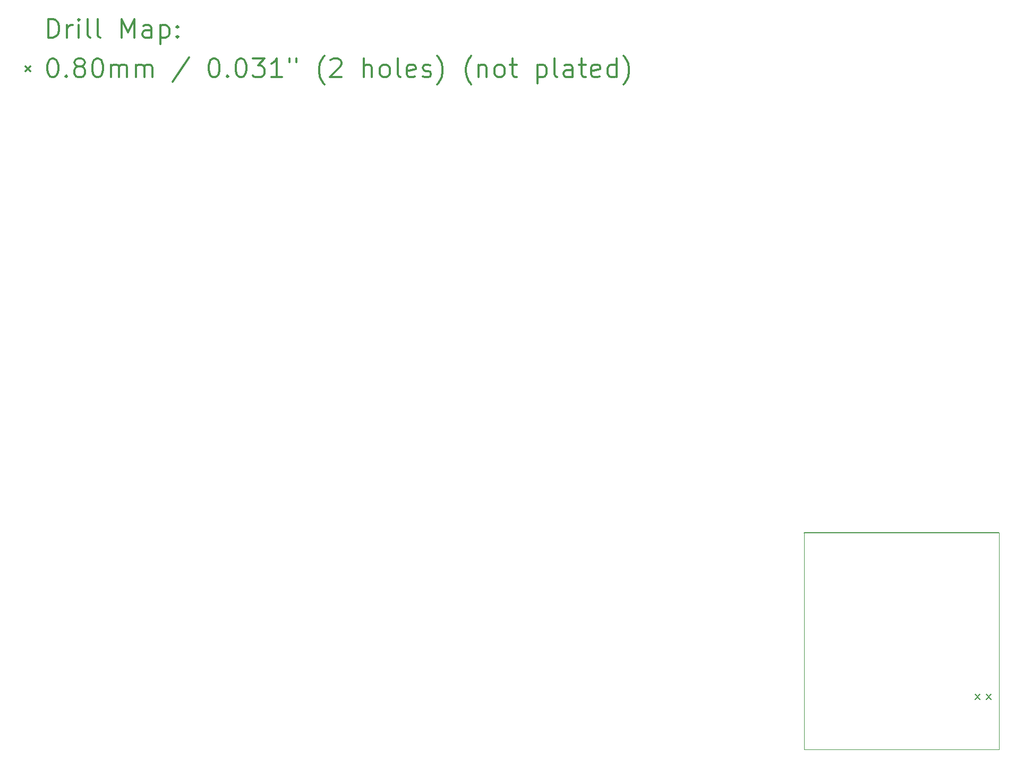
<source format=gbr>
%FSLAX45Y45*%
G04 Gerber Fmt 4.5, Leading zero omitted, Abs format (unit mm)*
G04 Created by KiCad (PCBNEW (5.1.9)-1) date 2021-07-08 21:35:27*
%MOMM*%
%LPD*%
G01*
G04 APERTURE LIST*
%TA.AperFunction,Profile*%
%ADD10C,0.150000*%
%TD*%
%TA.AperFunction,Profile*%
%ADD11C,0.100000*%
%TD*%
%ADD12C,0.200000*%
%ADD13C,0.300000*%
G04 APERTURE END LIST*
D10*
X12331700Y-8356600D02*
X15443200Y-8356600D01*
D11*
X15443200Y-8356600D02*
X15443200Y-11811000D01*
X12331700Y-11811000D02*
X12331700Y-8356600D01*
X15443200Y-11811000D02*
X12331700Y-11811000D01*
D12*
X15059200Y-10932800D02*
X15139200Y-11012800D01*
X15139200Y-10932800D02*
X15059200Y-11012800D01*
X15239200Y-10932800D02*
X15319200Y-11012800D01*
X15319200Y-10932800D02*
X15239200Y-11012800D01*
D13*
X286429Y-465714D02*
X286429Y-165714D01*
X357857Y-165714D01*
X400714Y-180000D01*
X429286Y-208571D01*
X443571Y-237143D01*
X457857Y-294286D01*
X457857Y-337143D01*
X443571Y-394286D01*
X429286Y-422857D01*
X400714Y-451428D01*
X357857Y-465714D01*
X286429Y-465714D01*
X586429Y-465714D02*
X586429Y-265714D01*
X586429Y-322857D02*
X600714Y-294286D01*
X615000Y-280000D01*
X643571Y-265714D01*
X672143Y-265714D01*
X772143Y-465714D02*
X772143Y-265714D01*
X772143Y-165714D02*
X757857Y-180000D01*
X772143Y-194286D01*
X786428Y-180000D01*
X772143Y-165714D01*
X772143Y-194286D01*
X957857Y-465714D02*
X929286Y-451428D01*
X915000Y-422857D01*
X915000Y-165714D01*
X1115000Y-465714D02*
X1086429Y-451428D01*
X1072143Y-422857D01*
X1072143Y-165714D01*
X1457857Y-465714D02*
X1457857Y-165714D01*
X1557857Y-380000D01*
X1657857Y-165714D01*
X1657857Y-465714D01*
X1929286Y-465714D02*
X1929286Y-308571D01*
X1915000Y-280000D01*
X1886428Y-265714D01*
X1829286Y-265714D01*
X1800714Y-280000D01*
X1929286Y-451428D02*
X1900714Y-465714D01*
X1829286Y-465714D01*
X1800714Y-451428D01*
X1786428Y-422857D01*
X1786428Y-394286D01*
X1800714Y-365714D01*
X1829286Y-351428D01*
X1900714Y-351428D01*
X1929286Y-337143D01*
X2072143Y-265714D02*
X2072143Y-565714D01*
X2072143Y-280000D02*
X2100714Y-265714D01*
X2157857Y-265714D01*
X2186429Y-280000D01*
X2200714Y-294286D01*
X2215000Y-322857D01*
X2215000Y-408571D01*
X2200714Y-437143D01*
X2186429Y-451428D01*
X2157857Y-465714D01*
X2100714Y-465714D01*
X2072143Y-451428D01*
X2343571Y-437143D02*
X2357857Y-451428D01*
X2343571Y-465714D01*
X2329286Y-451428D01*
X2343571Y-437143D01*
X2343571Y-465714D01*
X2343571Y-280000D02*
X2357857Y-294286D01*
X2343571Y-308571D01*
X2329286Y-294286D01*
X2343571Y-280000D01*
X2343571Y-308571D01*
X-80000Y-920000D02*
X0Y-1000000D01*
X0Y-920000D02*
X-80000Y-1000000D01*
X343571Y-795714D02*
X372143Y-795714D01*
X400714Y-810000D01*
X415000Y-824286D01*
X429286Y-852857D01*
X443571Y-910000D01*
X443571Y-981428D01*
X429286Y-1038571D01*
X415000Y-1067143D01*
X400714Y-1081429D01*
X372143Y-1095714D01*
X343571Y-1095714D01*
X315000Y-1081429D01*
X300714Y-1067143D01*
X286429Y-1038571D01*
X272143Y-981428D01*
X272143Y-910000D01*
X286429Y-852857D01*
X300714Y-824286D01*
X315000Y-810000D01*
X343571Y-795714D01*
X572143Y-1067143D02*
X586429Y-1081429D01*
X572143Y-1095714D01*
X557857Y-1081429D01*
X572143Y-1067143D01*
X572143Y-1095714D01*
X757857Y-924286D02*
X729286Y-910000D01*
X715000Y-895714D01*
X700714Y-867143D01*
X700714Y-852857D01*
X715000Y-824286D01*
X729286Y-810000D01*
X757857Y-795714D01*
X815000Y-795714D01*
X843571Y-810000D01*
X857857Y-824286D01*
X872143Y-852857D01*
X872143Y-867143D01*
X857857Y-895714D01*
X843571Y-910000D01*
X815000Y-924286D01*
X757857Y-924286D01*
X729286Y-938571D01*
X715000Y-952857D01*
X700714Y-981428D01*
X700714Y-1038571D01*
X715000Y-1067143D01*
X729286Y-1081429D01*
X757857Y-1095714D01*
X815000Y-1095714D01*
X843571Y-1081429D01*
X857857Y-1067143D01*
X872143Y-1038571D01*
X872143Y-981428D01*
X857857Y-952857D01*
X843571Y-938571D01*
X815000Y-924286D01*
X1057857Y-795714D02*
X1086429Y-795714D01*
X1115000Y-810000D01*
X1129286Y-824286D01*
X1143571Y-852857D01*
X1157857Y-910000D01*
X1157857Y-981428D01*
X1143571Y-1038571D01*
X1129286Y-1067143D01*
X1115000Y-1081429D01*
X1086429Y-1095714D01*
X1057857Y-1095714D01*
X1029286Y-1081429D01*
X1015000Y-1067143D01*
X1000714Y-1038571D01*
X986428Y-981428D01*
X986428Y-910000D01*
X1000714Y-852857D01*
X1015000Y-824286D01*
X1029286Y-810000D01*
X1057857Y-795714D01*
X1286429Y-1095714D02*
X1286429Y-895714D01*
X1286429Y-924286D02*
X1300714Y-910000D01*
X1329286Y-895714D01*
X1372143Y-895714D01*
X1400714Y-910000D01*
X1415000Y-938571D01*
X1415000Y-1095714D01*
X1415000Y-938571D02*
X1429286Y-910000D01*
X1457857Y-895714D01*
X1500714Y-895714D01*
X1529286Y-910000D01*
X1543571Y-938571D01*
X1543571Y-1095714D01*
X1686428Y-1095714D02*
X1686428Y-895714D01*
X1686428Y-924286D02*
X1700714Y-910000D01*
X1729286Y-895714D01*
X1772143Y-895714D01*
X1800714Y-910000D01*
X1815000Y-938571D01*
X1815000Y-1095714D01*
X1815000Y-938571D02*
X1829286Y-910000D01*
X1857857Y-895714D01*
X1900714Y-895714D01*
X1929286Y-910000D01*
X1943571Y-938571D01*
X1943571Y-1095714D01*
X2529286Y-781428D02*
X2272143Y-1167143D01*
X2915000Y-795714D02*
X2943571Y-795714D01*
X2972143Y-810000D01*
X2986428Y-824286D01*
X3000714Y-852857D01*
X3015000Y-910000D01*
X3015000Y-981428D01*
X3000714Y-1038571D01*
X2986428Y-1067143D01*
X2972143Y-1081429D01*
X2943571Y-1095714D01*
X2915000Y-1095714D01*
X2886428Y-1081429D01*
X2872143Y-1067143D01*
X2857857Y-1038571D01*
X2843571Y-981428D01*
X2843571Y-910000D01*
X2857857Y-852857D01*
X2872143Y-824286D01*
X2886428Y-810000D01*
X2915000Y-795714D01*
X3143571Y-1067143D02*
X3157857Y-1081429D01*
X3143571Y-1095714D01*
X3129286Y-1081429D01*
X3143571Y-1067143D01*
X3143571Y-1095714D01*
X3343571Y-795714D02*
X3372143Y-795714D01*
X3400714Y-810000D01*
X3415000Y-824286D01*
X3429286Y-852857D01*
X3443571Y-910000D01*
X3443571Y-981428D01*
X3429286Y-1038571D01*
X3415000Y-1067143D01*
X3400714Y-1081429D01*
X3372143Y-1095714D01*
X3343571Y-1095714D01*
X3315000Y-1081429D01*
X3300714Y-1067143D01*
X3286428Y-1038571D01*
X3272143Y-981428D01*
X3272143Y-910000D01*
X3286428Y-852857D01*
X3300714Y-824286D01*
X3315000Y-810000D01*
X3343571Y-795714D01*
X3543571Y-795714D02*
X3729286Y-795714D01*
X3629286Y-910000D01*
X3672143Y-910000D01*
X3700714Y-924286D01*
X3715000Y-938571D01*
X3729286Y-967143D01*
X3729286Y-1038571D01*
X3715000Y-1067143D01*
X3700714Y-1081429D01*
X3672143Y-1095714D01*
X3586428Y-1095714D01*
X3557857Y-1081429D01*
X3543571Y-1067143D01*
X4015000Y-1095714D02*
X3843571Y-1095714D01*
X3929286Y-1095714D02*
X3929286Y-795714D01*
X3900714Y-838571D01*
X3872143Y-867143D01*
X3843571Y-881428D01*
X4129286Y-795714D02*
X4129286Y-852857D01*
X4243571Y-795714D02*
X4243571Y-852857D01*
X4686429Y-1210000D02*
X4672143Y-1195714D01*
X4643571Y-1152857D01*
X4629286Y-1124286D01*
X4615000Y-1081429D01*
X4600714Y-1010000D01*
X4600714Y-952857D01*
X4615000Y-881428D01*
X4629286Y-838571D01*
X4643571Y-810000D01*
X4672143Y-767143D01*
X4686429Y-752857D01*
X4786429Y-824286D02*
X4800714Y-810000D01*
X4829286Y-795714D01*
X4900714Y-795714D01*
X4929286Y-810000D01*
X4943571Y-824286D01*
X4957857Y-852857D01*
X4957857Y-881428D01*
X4943571Y-924286D01*
X4772143Y-1095714D01*
X4957857Y-1095714D01*
X5315000Y-1095714D02*
X5315000Y-795714D01*
X5443571Y-1095714D02*
X5443571Y-938571D01*
X5429286Y-910000D01*
X5400714Y-895714D01*
X5357857Y-895714D01*
X5329286Y-910000D01*
X5315000Y-924286D01*
X5629286Y-1095714D02*
X5600714Y-1081429D01*
X5586429Y-1067143D01*
X5572143Y-1038571D01*
X5572143Y-952857D01*
X5586429Y-924286D01*
X5600714Y-910000D01*
X5629286Y-895714D01*
X5672143Y-895714D01*
X5700714Y-910000D01*
X5715000Y-924286D01*
X5729286Y-952857D01*
X5729286Y-1038571D01*
X5715000Y-1067143D01*
X5700714Y-1081429D01*
X5672143Y-1095714D01*
X5629286Y-1095714D01*
X5900714Y-1095714D02*
X5872143Y-1081429D01*
X5857857Y-1052857D01*
X5857857Y-795714D01*
X6129286Y-1081429D02*
X6100714Y-1095714D01*
X6043571Y-1095714D01*
X6015000Y-1081429D01*
X6000714Y-1052857D01*
X6000714Y-938571D01*
X6015000Y-910000D01*
X6043571Y-895714D01*
X6100714Y-895714D01*
X6129286Y-910000D01*
X6143571Y-938571D01*
X6143571Y-967143D01*
X6000714Y-995714D01*
X6257857Y-1081429D02*
X6286428Y-1095714D01*
X6343571Y-1095714D01*
X6372143Y-1081429D01*
X6386428Y-1052857D01*
X6386428Y-1038571D01*
X6372143Y-1010000D01*
X6343571Y-995714D01*
X6300714Y-995714D01*
X6272143Y-981428D01*
X6257857Y-952857D01*
X6257857Y-938571D01*
X6272143Y-910000D01*
X6300714Y-895714D01*
X6343571Y-895714D01*
X6372143Y-910000D01*
X6486428Y-1210000D02*
X6500714Y-1195714D01*
X6529286Y-1152857D01*
X6543571Y-1124286D01*
X6557857Y-1081429D01*
X6572143Y-1010000D01*
X6572143Y-952857D01*
X6557857Y-881428D01*
X6543571Y-838571D01*
X6529286Y-810000D01*
X6500714Y-767143D01*
X6486428Y-752857D01*
X7029286Y-1210000D02*
X7015000Y-1195714D01*
X6986428Y-1152857D01*
X6972143Y-1124286D01*
X6957857Y-1081429D01*
X6943571Y-1010000D01*
X6943571Y-952857D01*
X6957857Y-881428D01*
X6972143Y-838571D01*
X6986428Y-810000D01*
X7015000Y-767143D01*
X7029286Y-752857D01*
X7143571Y-895714D02*
X7143571Y-1095714D01*
X7143571Y-924286D02*
X7157857Y-910000D01*
X7186428Y-895714D01*
X7229286Y-895714D01*
X7257857Y-910000D01*
X7272143Y-938571D01*
X7272143Y-1095714D01*
X7457857Y-1095714D02*
X7429286Y-1081429D01*
X7415000Y-1067143D01*
X7400714Y-1038571D01*
X7400714Y-952857D01*
X7415000Y-924286D01*
X7429286Y-910000D01*
X7457857Y-895714D01*
X7500714Y-895714D01*
X7529286Y-910000D01*
X7543571Y-924286D01*
X7557857Y-952857D01*
X7557857Y-1038571D01*
X7543571Y-1067143D01*
X7529286Y-1081429D01*
X7500714Y-1095714D01*
X7457857Y-1095714D01*
X7643571Y-895714D02*
X7757857Y-895714D01*
X7686428Y-795714D02*
X7686428Y-1052857D01*
X7700714Y-1081429D01*
X7729286Y-1095714D01*
X7757857Y-1095714D01*
X8086428Y-895714D02*
X8086428Y-1195714D01*
X8086428Y-910000D02*
X8115000Y-895714D01*
X8172143Y-895714D01*
X8200714Y-910000D01*
X8215000Y-924286D01*
X8229286Y-952857D01*
X8229286Y-1038571D01*
X8215000Y-1067143D01*
X8200714Y-1081429D01*
X8172143Y-1095714D01*
X8115000Y-1095714D01*
X8086428Y-1081429D01*
X8400714Y-1095714D02*
X8372143Y-1081429D01*
X8357857Y-1052857D01*
X8357857Y-795714D01*
X8643571Y-1095714D02*
X8643571Y-938571D01*
X8629286Y-910000D01*
X8600714Y-895714D01*
X8543571Y-895714D01*
X8515000Y-910000D01*
X8643571Y-1081429D02*
X8615000Y-1095714D01*
X8543571Y-1095714D01*
X8515000Y-1081429D01*
X8500714Y-1052857D01*
X8500714Y-1024286D01*
X8515000Y-995714D01*
X8543571Y-981428D01*
X8615000Y-981428D01*
X8643571Y-967143D01*
X8743571Y-895714D02*
X8857857Y-895714D01*
X8786429Y-795714D02*
X8786429Y-1052857D01*
X8800714Y-1081429D01*
X8829286Y-1095714D01*
X8857857Y-1095714D01*
X9072143Y-1081429D02*
X9043571Y-1095714D01*
X8986429Y-1095714D01*
X8957857Y-1081429D01*
X8943571Y-1052857D01*
X8943571Y-938571D01*
X8957857Y-910000D01*
X8986429Y-895714D01*
X9043571Y-895714D01*
X9072143Y-910000D01*
X9086429Y-938571D01*
X9086429Y-967143D01*
X8943571Y-995714D01*
X9343571Y-1095714D02*
X9343571Y-795714D01*
X9343571Y-1081429D02*
X9315000Y-1095714D01*
X9257857Y-1095714D01*
X9229286Y-1081429D01*
X9215000Y-1067143D01*
X9200714Y-1038571D01*
X9200714Y-952857D01*
X9215000Y-924286D01*
X9229286Y-910000D01*
X9257857Y-895714D01*
X9315000Y-895714D01*
X9343571Y-910000D01*
X9457857Y-1210000D02*
X9472143Y-1195714D01*
X9500714Y-1152857D01*
X9515000Y-1124286D01*
X9529286Y-1081429D01*
X9543571Y-1010000D01*
X9543571Y-952857D01*
X9529286Y-881428D01*
X9515000Y-838571D01*
X9500714Y-810000D01*
X9472143Y-767143D01*
X9457857Y-752857D01*
M02*

</source>
